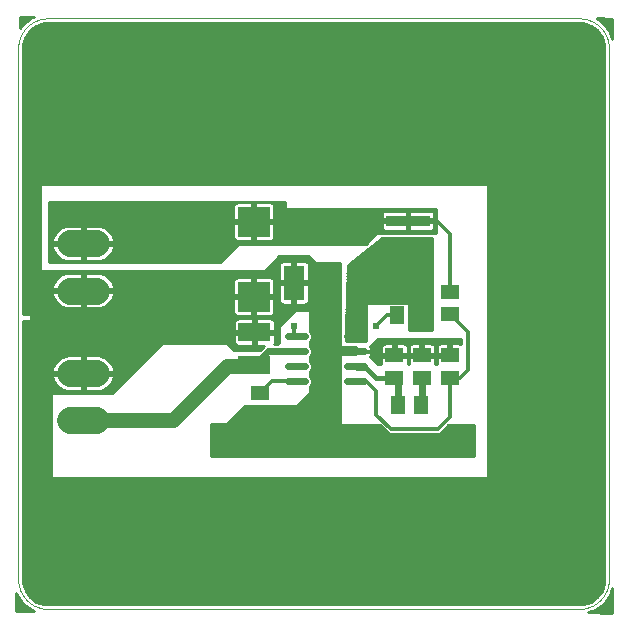
<source format=gtl>
G75*
%MOIN*%
%OFA0B0*%
%FSLAX25Y25*%
%IPPOS*%
%LPD*%
%AMOC8*
5,1,8,0,0,1.08239X$1,22.5*
%
%ADD10C,0.00000*%
%ADD11C,0.02400*%
%ADD12R,0.08400X0.11800*%
%ADD13R,0.14600X0.03800*%
%ADD14R,0.07100X0.11700*%
%ADD15R,0.10630X0.10039*%
%ADD16R,0.05906X0.05118*%
%ADD17R,0.05118X0.05906*%
%ADD18R,0.10630X0.06299*%
%ADD19C,0.08858*%
%ADD20C,0.05000*%
%ADD21C,0.01000*%
%ADD22C,0.03200*%
%ADD23C,0.02400*%
%ADD24C,0.01600*%
%ADD25C,0.01200*%
D10*
X0015380Y0032555D02*
X0192545Y0032555D01*
X0192783Y0032558D01*
X0193021Y0032566D01*
X0193258Y0032581D01*
X0193495Y0032601D01*
X0193731Y0032627D01*
X0193967Y0032658D01*
X0194202Y0032695D01*
X0194436Y0032738D01*
X0194669Y0032787D01*
X0194901Y0032841D01*
X0195131Y0032901D01*
X0195360Y0032966D01*
X0195587Y0033037D01*
X0195812Y0033113D01*
X0196035Y0033195D01*
X0196257Y0033282D01*
X0196476Y0033374D01*
X0196693Y0033472D01*
X0196907Y0033574D01*
X0197119Y0033682D01*
X0197329Y0033796D01*
X0197535Y0033914D01*
X0197739Y0034037D01*
X0197939Y0034165D01*
X0198136Y0034297D01*
X0198331Y0034435D01*
X0198521Y0034577D01*
X0198709Y0034724D01*
X0198892Y0034875D01*
X0199072Y0035030D01*
X0199248Y0035190D01*
X0199420Y0035354D01*
X0199589Y0035523D01*
X0199753Y0035695D01*
X0199913Y0035871D01*
X0200068Y0036051D01*
X0200219Y0036234D01*
X0200366Y0036422D01*
X0200508Y0036612D01*
X0200646Y0036807D01*
X0200778Y0037004D01*
X0200906Y0037204D01*
X0201029Y0037408D01*
X0201147Y0037614D01*
X0201261Y0037824D01*
X0201369Y0038036D01*
X0201471Y0038250D01*
X0201569Y0038467D01*
X0201661Y0038686D01*
X0201748Y0038908D01*
X0201830Y0039131D01*
X0201906Y0039356D01*
X0201977Y0039583D01*
X0202042Y0039812D01*
X0202102Y0040042D01*
X0202156Y0040274D01*
X0202205Y0040507D01*
X0202248Y0040741D01*
X0202285Y0040976D01*
X0202316Y0041212D01*
X0202342Y0041448D01*
X0202362Y0041685D01*
X0202377Y0041922D01*
X0202385Y0042160D01*
X0202388Y0042398D01*
X0202387Y0042398D02*
X0202387Y0219563D01*
X0202388Y0219563D02*
X0202385Y0219801D01*
X0202377Y0220039D01*
X0202362Y0220276D01*
X0202342Y0220513D01*
X0202316Y0220749D01*
X0202285Y0220985D01*
X0202248Y0221220D01*
X0202205Y0221454D01*
X0202156Y0221687D01*
X0202102Y0221919D01*
X0202042Y0222149D01*
X0201977Y0222378D01*
X0201906Y0222605D01*
X0201830Y0222830D01*
X0201748Y0223053D01*
X0201661Y0223275D01*
X0201569Y0223494D01*
X0201471Y0223711D01*
X0201369Y0223925D01*
X0201261Y0224137D01*
X0201147Y0224347D01*
X0201029Y0224553D01*
X0200906Y0224757D01*
X0200778Y0224957D01*
X0200646Y0225154D01*
X0200508Y0225349D01*
X0200366Y0225539D01*
X0200219Y0225727D01*
X0200068Y0225910D01*
X0199913Y0226090D01*
X0199753Y0226266D01*
X0199589Y0226438D01*
X0199420Y0226607D01*
X0199248Y0226771D01*
X0199072Y0226931D01*
X0198892Y0227086D01*
X0198709Y0227237D01*
X0198521Y0227384D01*
X0198331Y0227526D01*
X0198136Y0227664D01*
X0197939Y0227796D01*
X0197739Y0227924D01*
X0197535Y0228047D01*
X0197329Y0228165D01*
X0197119Y0228279D01*
X0196907Y0228387D01*
X0196693Y0228489D01*
X0196476Y0228587D01*
X0196257Y0228679D01*
X0196035Y0228766D01*
X0195812Y0228848D01*
X0195587Y0228924D01*
X0195360Y0228995D01*
X0195131Y0229060D01*
X0194901Y0229120D01*
X0194669Y0229174D01*
X0194436Y0229223D01*
X0194202Y0229266D01*
X0193967Y0229303D01*
X0193731Y0229334D01*
X0193495Y0229360D01*
X0193258Y0229380D01*
X0193021Y0229395D01*
X0192783Y0229403D01*
X0192545Y0229406D01*
X0015380Y0229406D01*
X0015142Y0229403D01*
X0014904Y0229395D01*
X0014667Y0229380D01*
X0014430Y0229360D01*
X0014194Y0229334D01*
X0013958Y0229303D01*
X0013723Y0229266D01*
X0013489Y0229223D01*
X0013256Y0229174D01*
X0013024Y0229120D01*
X0012794Y0229060D01*
X0012565Y0228995D01*
X0012338Y0228924D01*
X0012113Y0228848D01*
X0011890Y0228766D01*
X0011668Y0228679D01*
X0011449Y0228587D01*
X0011232Y0228489D01*
X0011018Y0228387D01*
X0010806Y0228279D01*
X0010596Y0228165D01*
X0010390Y0228047D01*
X0010186Y0227924D01*
X0009986Y0227796D01*
X0009789Y0227664D01*
X0009594Y0227526D01*
X0009404Y0227384D01*
X0009216Y0227237D01*
X0009033Y0227086D01*
X0008853Y0226931D01*
X0008677Y0226771D01*
X0008505Y0226607D01*
X0008336Y0226438D01*
X0008172Y0226266D01*
X0008012Y0226090D01*
X0007857Y0225910D01*
X0007706Y0225727D01*
X0007559Y0225539D01*
X0007417Y0225349D01*
X0007279Y0225154D01*
X0007147Y0224957D01*
X0007019Y0224757D01*
X0006896Y0224553D01*
X0006778Y0224347D01*
X0006664Y0224137D01*
X0006556Y0223925D01*
X0006454Y0223711D01*
X0006356Y0223494D01*
X0006264Y0223275D01*
X0006177Y0223053D01*
X0006095Y0222830D01*
X0006019Y0222605D01*
X0005948Y0222378D01*
X0005883Y0222149D01*
X0005823Y0221919D01*
X0005769Y0221687D01*
X0005720Y0221454D01*
X0005677Y0221220D01*
X0005640Y0220985D01*
X0005609Y0220749D01*
X0005583Y0220513D01*
X0005563Y0220276D01*
X0005548Y0220039D01*
X0005540Y0219801D01*
X0005537Y0219563D01*
X0005537Y0042398D01*
X0005540Y0042160D01*
X0005548Y0041922D01*
X0005563Y0041685D01*
X0005583Y0041448D01*
X0005609Y0041212D01*
X0005640Y0040976D01*
X0005677Y0040741D01*
X0005720Y0040507D01*
X0005769Y0040274D01*
X0005823Y0040042D01*
X0005883Y0039812D01*
X0005948Y0039583D01*
X0006019Y0039356D01*
X0006095Y0039131D01*
X0006177Y0038908D01*
X0006264Y0038686D01*
X0006356Y0038467D01*
X0006454Y0038250D01*
X0006556Y0038036D01*
X0006664Y0037824D01*
X0006778Y0037614D01*
X0006896Y0037408D01*
X0007019Y0037204D01*
X0007147Y0037004D01*
X0007279Y0036807D01*
X0007417Y0036612D01*
X0007559Y0036422D01*
X0007706Y0036234D01*
X0007857Y0036051D01*
X0008012Y0035871D01*
X0008172Y0035695D01*
X0008336Y0035523D01*
X0008505Y0035354D01*
X0008677Y0035190D01*
X0008853Y0035030D01*
X0009033Y0034875D01*
X0009216Y0034724D01*
X0009404Y0034577D01*
X0009594Y0034435D01*
X0009789Y0034297D01*
X0009986Y0034165D01*
X0010186Y0034037D01*
X0010390Y0033914D01*
X0010596Y0033796D01*
X0010806Y0033682D01*
X0011018Y0033574D01*
X0011232Y0033472D01*
X0011449Y0033374D01*
X0011668Y0033282D01*
X0011890Y0033195D01*
X0012113Y0033113D01*
X0012338Y0033037D01*
X0012565Y0032966D01*
X0012794Y0032901D01*
X0013024Y0032841D01*
X0013256Y0032787D01*
X0013489Y0032738D01*
X0013723Y0032695D01*
X0013958Y0032658D01*
X0014194Y0032627D01*
X0014430Y0032601D01*
X0014667Y0032581D01*
X0014904Y0032566D01*
X0015142Y0032558D01*
X0015380Y0032555D01*
D11*
X0084274Y0113791D02*
X0088886Y0118403D01*
X0098232Y0118403D01*
X0100982Y0118403D02*
X0095482Y0118403D01*
X0095482Y0113403D02*
X0100982Y0113403D01*
X0100982Y0108403D02*
X0095482Y0108403D01*
X0095482Y0123403D02*
X0100982Y0123403D01*
X0115167Y0123403D02*
X0120667Y0123403D01*
X0120667Y0118403D02*
X0115167Y0118403D01*
X0115167Y0113403D02*
X0120667Y0113403D01*
X0120667Y0108403D02*
X0115167Y0108403D01*
X0130874Y0109563D02*
X0132134Y0108303D01*
X0132134Y0100503D01*
X0139614Y0100503D02*
X0140074Y0100963D01*
X0140074Y0109563D01*
D12*
X0108074Y0115903D03*
D13*
X0135474Y0152653D03*
X0135474Y0161953D03*
D14*
X0123524Y0141303D03*
X0097424Y0141303D03*
D15*
X0084074Y0136603D03*
X0084074Y0161603D03*
D16*
X0130874Y0117043D03*
X0130874Y0109563D03*
X0140074Y0109563D03*
X0140074Y0117043D03*
X0149400Y0117047D03*
X0149400Y0109567D03*
X0149400Y0130867D03*
X0149400Y0138347D03*
X0086274Y0104643D03*
X0086274Y0097163D03*
D17*
X0131620Y0130387D03*
X0139101Y0130387D03*
X0139614Y0100503D03*
X0132134Y0100503D03*
D18*
X0084274Y0113791D03*
X0084274Y0124815D03*
D19*
X0031566Y0111114D02*
X0022708Y0111114D01*
X0022708Y0095366D02*
X0031566Y0095366D01*
X0031566Y0138640D02*
X0022708Y0138640D01*
X0022708Y0154388D02*
X0031566Y0154388D01*
D20*
X0075137Y0113555D02*
X0084038Y0113555D01*
X0084274Y0113791D01*
X0075137Y0113555D02*
X0056948Y0095366D01*
X0027137Y0095366D01*
D21*
X0010868Y0031937D02*
X0004937Y0031955D01*
X0004937Y0037831D01*
X0005147Y0037184D01*
X0007259Y0034277D01*
X0010166Y0032165D01*
X0010868Y0031937D01*
X0010166Y0032165D02*
X0010166Y0032165D01*
X0009630Y0032555D02*
X0004937Y0032555D01*
X0004937Y0033554D02*
X0008255Y0033554D01*
X0007259Y0034277D02*
X0007259Y0034277D01*
X0007059Y0034552D02*
X0004937Y0034552D01*
X0004937Y0035551D02*
X0006334Y0035551D01*
X0005609Y0036549D02*
X0004937Y0036549D01*
X0004937Y0037548D02*
X0005029Y0037548D01*
X0007946Y0038610D02*
X0007140Y0041093D01*
X0007037Y0042398D01*
X0007037Y0128555D01*
X0016337Y0128555D01*
X0016337Y0076355D01*
X0162137Y0076355D01*
X0162137Y0174155D01*
X0012737Y0174155D01*
X0012737Y0145355D01*
X0016337Y0145355D01*
X0016337Y0130955D01*
X0007037Y0130955D01*
X0007037Y0219563D01*
X0007140Y0220868D01*
X0007946Y0223350D01*
X0009480Y0225462D01*
X0011592Y0226996D01*
X0014074Y0227803D01*
X0015380Y0227906D01*
X0192545Y0227906D01*
X0193850Y0227803D01*
X0196332Y0226996D01*
X0198444Y0225462D01*
X0199978Y0223350D01*
X0200785Y0220868D01*
X0200887Y0219563D01*
X0200887Y0042398D01*
X0200785Y0041093D01*
X0199978Y0038610D01*
X0198444Y0036499D01*
X0196332Y0034964D01*
X0193850Y0034158D01*
X0192545Y0034055D01*
X0015380Y0034055D01*
X0014074Y0034158D01*
X0011592Y0034964D01*
X0009480Y0036499D01*
X0007946Y0038610D01*
X0007993Y0038546D02*
X0199932Y0038546D01*
X0200282Y0039545D02*
X0007643Y0039545D01*
X0007318Y0040543D02*
X0200606Y0040543D01*
X0200820Y0041542D02*
X0007104Y0041542D01*
X0007037Y0042540D02*
X0200887Y0042540D01*
X0200887Y0043539D02*
X0007037Y0043539D01*
X0007037Y0044537D02*
X0200887Y0044537D01*
X0200887Y0045536D02*
X0007037Y0045536D01*
X0007037Y0046534D02*
X0200887Y0046534D01*
X0200887Y0047533D02*
X0007037Y0047533D01*
X0007037Y0048531D02*
X0200887Y0048531D01*
X0200887Y0049530D02*
X0007037Y0049530D01*
X0007037Y0050528D02*
X0200887Y0050528D01*
X0200887Y0051527D02*
X0007037Y0051527D01*
X0007037Y0052525D02*
X0200887Y0052525D01*
X0200887Y0053524D02*
X0007037Y0053524D01*
X0007037Y0054522D02*
X0200887Y0054522D01*
X0200887Y0055521D02*
X0007037Y0055521D01*
X0007037Y0056519D02*
X0200887Y0056519D01*
X0200887Y0057518D02*
X0007037Y0057518D01*
X0007037Y0058516D02*
X0200887Y0058516D01*
X0200887Y0059515D02*
X0007037Y0059515D01*
X0007037Y0060513D02*
X0200887Y0060513D01*
X0200887Y0061512D02*
X0007037Y0061512D01*
X0007037Y0062510D02*
X0200887Y0062510D01*
X0200887Y0063509D02*
X0007037Y0063509D01*
X0007037Y0064507D02*
X0200887Y0064507D01*
X0200887Y0065506D02*
X0007037Y0065506D01*
X0007037Y0066505D02*
X0200887Y0066505D01*
X0200887Y0067503D02*
X0007037Y0067503D01*
X0007037Y0068502D02*
X0200887Y0068502D01*
X0200887Y0069500D02*
X0007037Y0069500D01*
X0007037Y0070499D02*
X0200887Y0070499D01*
X0200887Y0071497D02*
X0007037Y0071497D01*
X0007037Y0072496D02*
X0200887Y0072496D01*
X0200887Y0073494D02*
X0007037Y0073494D01*
X0007037Y0074493D02*
X0200887Y0074493D01*
X0200887Y0075491D02*
X0007037Y0075491D01*
X0007037Y0076490D02*
X0016337Y0076490D01*
X0016337Y0077488D02*
X0007037Y0077488D01*
X0007037Y0078487D02*
X0016337Y0078487D01*
X0016337Y0079485D02*
X0007037Y0079485D01*
X0007037Y0080484D02*
X0016337Y0080484D01*
X0016337Y0081482D02*
X0007037Y0081482D01*
X0007037Y0082481D02*
X0016337Y0082481D01*
X0016337Y0083479D02*
X0007037Y0083479D01*
X0007037Y0084478D02*
X0016337Y0084478D01*
X0016337Y0085476D02*
X0007037Y0085476D01*
X0007037Y0086475D02*
X0016337Y0086475D01*
X0016337Y0087473D02*
X0007037Y0087473D01*
X0007037Y0088472D02*
X0016337Y0088472D01*
X0016337Y0089470D02*
X0007037Y0089470D01*
X0007037Y0090469D02*
X0016337Y0090469D01*
X0016337Y0091467D02*
X0007037Y0091467D01*
X0007037Y0092466D02*
X0016337Y0092466D01*
X0016337Y0093464D02*
X0007037Y0093464D01*
X0007037Y0094463D02*
X0016337Y0094463D01*
X0016337Y0095461D02*
X0007037Y0095461D01*
X0007037Y0096460D02*
X0016337Y0096460D01*
X0016337Y0097458D02*
X0007037Y0097458D01*
X0007037Y0098457D02*
X0016337Y0098457D01*
X0016337Y0099455D02*
X0007037Y0099455D01*
X0007037Y0100454D02*
X0016337Y0100454D01*
X0016337Y0101452D02*
X0007037Y0101452D01*
X0007037Y0102451D02*
X0016337Y0102451D01*
X0016337Y0103449D02*
X0007037Y0103449D01*
X0007037Y0104448D02*
X0016337Y0104448D01*
X0015737Y0104555D02*
X0015737Y0145355D01*
X0087737Y0145355D01*
X0092537Y0150155D01*
X0102137Y0150155D01*
X0105137Y0147155D01*
X0105137Y0135155D01*
X0102137Y0132155D01*
X0097937Y0132155D01*
X0092537Y0126755D01*
X0092537Y0121355D01*
X0091885Y0120703D01*
X0090748Y0120703D01*
X0090789Y0120744D01*
X0090987Y0121086D01*
X0091089Y0121468D01*
X0091089Y0124315D01*
X0084774Y0124315D01*
X0084774Y0125315D01*
X0083774Y0125315D01*
X0083774Y0129465D01*
X0078762Y0129465D01*
X0078380Y0129362D01*
X0078038Y0129165D01*
X0077759Y0128886D01*
X0077561Y0128544D01*
X0077459Y0128162D01*
X0077459Y0125315D01*
X0083774Y0125315D01*
X0083774Y0124315D01*
X0077459Y0124315D01*
X0077459Y0121468D01*
X0077561Y0121086D01*
X0077759Y0120744D01*
X0078038Y0120465D01*
X0078380Y0120268D01*
X0078762Y0120165D01*
X0083774Y0120165D01*
X0083774Y0124315D01*
X0084774Y0124315D01*
X0084774Y0120165D01*
X0087395Y0120165D01*
X0086185Y0118955D01*
X0077537Y0118955D01*
X0075137Y0121355D01*
X0053537Y0121355D01*
X0036737Y0104555D01*
X0015737Y0104555D01*
X0015737Y0105446D02*
X0020964Y0105446D01*
X0021319Y0105331D02*
X0020432Y0105619D01*
X0019600Y0106043D01*
X0018845Y0106592D01*
X0018185Y0107252D01*
X0017637Y0108007D01*
X0017213Y0108838D01*
X0016925Y0109726D01*
X0016784Y0110614D01*
X0026637Y0110614D01*
X0027637Y0110614D01*
X0027637Y0105185D01*
X0032033Y0105185D01*
X0032955Y0105331D01*
X0033842Y0105619D01*
X0034674Y0106043D01*
X0035429Y0106592D01*
X0036089Y0107252D01*
X0036637Y0108007D01*
X0037061Y0108838D01*
X0037349Y0109726D01*
X0037490Y0110614D01*
X0027637Y0110614D01*
X0027637Y0111614D01*
X0037490Y0111614D01*
X0037349Y0112503D01*
X0037061Y0113390D01*
X0036637Y0114222D01*
X0036089Y0114977D01*
X0035429Y0115637D01*
X0034674Y0116185D01*
X0033842Y0116609D01*
X0032955Y0116897D01*
X0032033Y0117043D01*
X0027637Y0117043D01*
X0027637Y0111614D01*
X0026637Y0111614D01*
X0026637Y0110614D01*
X0026637Y0105185D01*
X0022241Y0105185D01*
X0021319Y0105331D01*
X0019047Y0106445D02*
X0015737Y0106445D01*
X0016337Y0106445D02*
X0007037Y0106445D01*
X0007037Y0107443D02*
X0016337Y0107443D01*
X0015737Y0107443D02*
X0018046Y0107443D01*
X0017415Y0108442D02*
X0015737Y0108442D01*
X0016337Y0108442D02*
X0007037Y0108442D01*
X0007037Y0109440D02*
X0016337Y0109440D01*
X0015737Y0109440D02*
X0017017Y0109440D01*
X0016812Y0110439D02*
X0015737Y0110439D01*
X0016337Y0110439D02*
X0007037Y0110439D01*
X0007037Y0111438D02*
X0016337Y0111438D01*
X0016784Y0111614D02*
X0026637Y0111614D01*
X0026637Y0117043D01*
X0022241Y0117043D01*
X0021319Y0116897D01*
X0020432Y0116609D01*
X0019600Y0116185D01*
X0018845Y0115637D01*
X0018185Y0114977D01*
X0017637Y0114222D01*
X0017213Y0113390D01*
X0016925Y0112503D01*
X0016784Y0111614D01*
X0016914Y0112436D02*
X0015737Y0112436D01*
X0016337Y0112436D02*
X0007037Y0112436D01*
X0007037Y0113435D02*
X0016337Y0113435D01*
X0015737Y0113435D02*
X0017236Y0113435D01*
X0017790Y0114433D02*
X0015737Y0114433D01*
X0016337Y0114433D02*
X0007037Y0114433D01*
X0007037Y0115432D02*
X0016337Y0115432D01*
X0015737Y0115432D02*
X0018640Y0115432D01*
X0020081Y0116430D02*
X0015737Y0116430D01*
X0016337Y0116430D02*
X0007037Y0116430D01*
X0007037Y0117429D02*
X0016337Y0117429D01*
X0015737Y0117429D02*
X0049610Y0117429D01*
X0048612Y0116430D02*
X0034193Y0116430D01*
X0035634Y0115432D02*
X0047613Y0115432D01*
X0046615Y0114433D02*
X0036484Y0114433D01*
X0037038Y0113435D02*
X0045616Y0113435D01*
X0044618Y0112436D02*
X0037360Y0112436D01*
X0037462Y0110439D02*
X0042621Y0110439D01*
X0043619Y0111438D02*
X0027637Y0111438D01*
X0027637Y0112436D02*
X0026637Y0112436D01*
X0026637Y0111438D02*
X0015737Y0111438D01*
X0016337Y0105446D02*
X0007037Y0105446D01*
X0007037Y0118427D02*
X0016337Y0118427D01*
X0015737Y0118427D02*
X0050609Y0118427D01*
X0051607Y0119426D02*
X0015737Y0119426D01*
X0016337Y0119426D02*
X0007037Y0119426D01*
X0007037Y0120424D02*
X0016337Y0120424D01*
X0015737Y0120424D02*
X0052606Y0120424D01*
X0041622Y0109440D02*
X0037257Y0109440D01*
X0036859Y0108442D02*
X0040624Y0108442D01*
X0039625Y0107443D02*
X0036228Y0107443D01*
X0035227Y0106445D02*
X0038627Y0106445D01*
X0037628Y0105446D02*
X0033310Y0105446D01*
X0027637Y0105446D02*
X0026637Y0105446D01*
X0026637Y0106445D02*
X0027637Y0106445D01*
X0027637Y0107443D02*
X0026637Y0107443D01*
X0026637Y0108442D02*
X0027637Y0108442D01*
X0027637Y0109440D02*
X0026637Y0109440D01*
X0026637Y0110439D02*
X0027637Y0110439D01*
X0027637Y0113435D02*
X0026637Y0113435D01*
X0026637Y0114433D02*
X0027637Y0114433D01*
X0027637Y0115432D02*
X0026637Y0115432D01*
X0026637Y0116430D02*
X0027637Y0116430D01*
X0027737Y0119555D02*
X0009737Y0119555D01*
X0009737Y0132755D01*
X0021963Y0132755D01*
X0022241Y0132711D01*
X0026637Y0132711D01*
X0026637Y0132755D01*
X0027637Y0132755D01*
X0027637Y0132711D01*
X0027737Y0132711D01*
X0027737Y0119555D01*
X0027737Y0120424D02*
X0009737Y0120424D01*
X0009737Y0121423D02*
X0027737Y0121423D01*
X0027737Y0122421D02*
X0009737Y0122421D01*
X0009737Y0123420D02*
X0027737Y0123420D01*
X0027737Y0124418D02*
X0009737Y0124418D01*
X0009737Y0125417D02*
X0027737Y0125417D01*
X0027737Y0126415D02*
X0009737Y0126415D01*
X0009737Y0127414D02*
X0027737Y0127414D01*
X0027737Y0128412D02*
X0009737Y0128412D01*
X0009737Y0129411D02*
X0027737Y0129411D01*
X0027737Y0130409D02*
X0009737Y0130409D01*
X0009737Y0131408D02*
X0027737Y0131408D01*
X0027737Y0132406D02*
X0009737Y0132406D01*
X0007037Y0132406D02*
X0016337Y0132406D01*
X0015737Y0132406D02*
X0077259Y0132406D01*
X0077259Y0131408D02*
X0015737Y0131408D01*
X0016337Y0131408D02*
X0007037Y0131408D01*
X0007037Y0133405D02*
X0016337Y0133405D01*
X0015737Y0133405D02*
X0019923Y0133405D01*
X0019600Y0133569D02*
X0020432Y0133145D01*
X0021319Y0132857D01*
X0022241Y0132711D01*
X0026637Y0132711D01*
X0026637Y0138140D01*
X0027637Y0138140D01*
X0027637Y0132711D01*
X0032033Y0132711D01*
X0032955Y0132857D01*
X0033842Y0133145D01*
X0034674Y0133569D01*
X0035429Y0134118D01*
X0036089Y0134778D01*
X0036637Y0135533D01*
X0037061Y0136364D01*
X0037349Y0137252D01*
X0037490Y0138140D01*
X0027637Y0138140D01*
X0027637Y0139140D01*
X0037490Y0139140D01*
X0037349Y0140029D01*
X0037061Y0140916D01*
X0036637Y0141748D01*
X0036089Y0142503D01*
X0035429Y0143163D01*
X0034674Y0143711D01*
X0033842Y0144135D01*
X0032955Y0144423D01*
X0032033Y0144569D01*
X0027637Y0144569D01*
X0027637Y0139140D01*
X0026637Y0139140D01*
X0026637Y0138140D01*
X0016784Y0138140D01*
X0016925Y0137252D01*
X0017213Y0136364D01*
X0017637Y0135533D01*
X0018185Y0134778D01*
X0018845Y0134118D01*
X0019600Y0133569D01*
X0018560Y0134403D02*
X0015737Y0134403D01*
X0016337Y0134403D02*
X0007037Y0134403D01*
X0007037Y0135402D02*
X0016337Y0135402D01*
X0015737Y0135402D02*
X0017732Y0135402D01*
X0017201Y0136400D02*
X0015737Y0136400D01*
X0016337Y0136400D02*
X0007037Y0136400D01*
X0007037Y0137399D02*
X0016337Y0137399D01*
X0016901Y0137399D02*
X0015737Y0137399D01*
X0015737Y0138397D02*
X0026637Y0138397D01*
X0026637Y0139140D02*
X0016784Y0139140D01*
X0016925Y0140029D01*
X0017213Y0140916D01*
X0017637Y0141748D01*
X0018185Y0142503D01*
X0018845Y0143163D01*
X0019600Y0143711D01*
X0020432Y0144135D01*
X0021319Y0144423D01*
X0022241Y0144569D01*
X0026637Y0144569D01*
X0026637Y0139140D01*
X0026637Y0139396D02*
X0027637Y0139396D01*
X0027637Y0140394D02*
X0026637Y0140394D01*
X0026637Y0141393D02*
X0027637Y0141393D01*
X0027637Y0142391D02*
X0026637Y0142391D01*
X0026637Y0143390D02*
X0027637Y0143390D01*
X0027637Y0144388D02*
X0026637Y0144388D01*
X0026637Y0148459D02*
X0022241Y0148459D01*
X0021319Y0148605D01*
X0020432Y0148893D01*
X0019600Y0149317D01*
X0018845Y0149866D01*
X0018185Y0150526D01*
X0017637Y0151281D01*
X0017213Y0152112D01*
X0016925Y0153000D01*
X0016784Y0153888D01*
X0026637Y0153888D01*
X0027637Y0153888D01*
X0027637Y0148459D01*
X0032033Y0148459D01*
X0032955Y0148605D01*
X0033842Y0148893D01*
X0034674Y0149317D01*
X0035429Y0149866D01*
X0036089Y0150526D01*
X0036637Y0151281D01*
X0037061Y0152112D01*
X0037349Y0153000D01*
X0037490Y0153888D01*
X0027637Y0153888D01*
X0027637Y0154888D01*
X0037490Y0154888D01*
X0037349Y0155777D01*
X0037061Y0156664D01*
X0036637Y0157496D01*
X0036089Y0158251D01*
X0035429Y0158911D01*
X0034674Y0159459D01*
X0033842Y0159883D01*
X0032955Y0160171D01*
X0032033Y0160317D01*
X0027637Y0160317D01*
X0027637Y0154888D01*
X0026637Y0154888D01*
X0026637Y0153888D01*
X0026637Y0148459D01*
X0026637Y0149381D02*
X0027637Y0149381D01*
X0027637Y0150379D02*
X0026637Y0150379D01*
X0026637Y0151378D02*
X0027637Y0151378D01*
X0027637Y0152376D02*
X0026637Y0152376D01*
X0026637Y0153375D02*
X0027637Y0153375D01*
X0027637Y0154373D02*
X0121355Y0154373D01*
X0121337Y0154355D02*
X0078737Y0154355D01*
X0072737Y0148355D01*
X0015737Y0148355D01*
X0015737Y0168155D01*
X0094337Y0168155D01*
X0094337Y0165755D01*
X0144737Y0165755D01*
X0144737Y0157955D01*
X0124937Y0157955D01*
X0121337Y0154355D01*
X0122354Y0155372D02*
X0090291Y0155372D01*
X0090310Y0155383D02*
X0090589Y0155662D01*
X0090787Y0156004D01*
X0090889Y0156386D01*
X0090889Y0161103D01*
X0084574Y0161103D01*
X0084574Y0155083D01*
X0089586Y0155083D01*
X0089968Y0155186D01*
X0090310Y0155383D01*
X0090885Y0156371D02*
X0123352Y0156371D01*
X0124351Y0157369D02*
X0090889Y0157369D01*
X0090889Y0158368D02*
X0144737Y0158368D01*
X0144737Y0159366D02*
X0144109Y0159366D01*
X0144172Y0159474D02*
X0144274Y0159856D01*
X0144274Y0161503D01*
X0135924Y0161503D01*
X0135924Y0158553D01*
X0142971Y0158553D01*
X0143353Y0158655D01*
X0143695Y0158853D01*
X0143974Y0159132D01*
X0144172Y0159474D01*
X0144274Y0160365D02*
X0144737Y0160365D01*
X0144737Y0161363D02*
X0144274Y0161363D01*
X0144274Y0162403D02*
X0144274Y0164051D01*
X0144172Y0164432D01*
X0143974Y0164774D01*
X0143695Y0165053D01*
X0143353Y0165251D01*
X0142971Y0165353D01*
X0135924Y0165353D01*
X0135924Y0162403D01*
X0144274Y0162403D01*
X0144737Y0162362D02*
X0135924Y0162362D01*
X0135924Y0162403D02*
X0135924Y0161503D01*
X0135024Y0161503D01*
X0135024Y0158553D01*
X0127977Y0158553D01*
X0127595Y0158655D01*
X0127253Y0158853D01*
X0126974Y0159132D01*
X0126776Y0159474D01*
X0126674Y0159856D01*
X0126674Y0161503D01*
X0135024Y0161503D01*
X0135024Y0162403D01*
X0126674Y0162403D01*
X0126674Y0164051D01*
X0126776Y0164432D01*
X0126974Y0164774D01*
X0127253Y0165053D01*
X0127595Y0165251D01*
X0127977Y0165353D01*
X0135024Y0165353D01*
X0135024Y0162403D01*
X0135924Y0162403D01*
X0135024Y0162362D02*
X0090889Y0162362D01*
X0090889Y0162103D02*
X0090889Y0166820D01*
X0090787Y0167202D01*
X0090589Y0167544D01*
X0090310Y0167823D01*
X0089968Y0168021D01*
X0089586Y0168123D01*
X0084574Y0168123D01*
X0084574Y0162103D01*
X0090889Y0162103D01*
X0090889Y0163360D02*
X0126674Y0163360D01*
X0126757Y0164359D02*
X0090889Y0164359D01*
X0090889Y0165357D02*
X0144737Y0165357D01*
X0144737Y0164359D02*
X0144191Y0164359D01*
X0144274Y0163360D02*
X0144737Y0163360D01*
X0143537Y0156155D02*
X0143537Y0125555D01*
X0135737Y0125555D01*
X0135737Y0134555D01*
X0121337Y0134555D01*
X0121337Y0121955D01*
X0114737Y0121955D01*
X0114737Y0125555D01*
X0115337Y0147155D01*
X0126737Y0156155D01*
X0143537Y0156155D01*
X0143537Y0155372D02*
X0125745Y0155372D01*
X0124480Y0154373D02*
X0143537Y0154373D01*
X0143537Y0153375D02*
X0123216Y0153375D01*
X0121951Y0152376D02*
X0143537Y0152376D01*
X0143537Y0151378D02*
X0120686Y0151378D01*
X0119421Y0150379D02*
X0143537Y0150379D01*
X0143537Y0149381D02*
X0118156Y0149381D01*
X0116892Y0148382D02*
X0143537Y0148382D01*
X0143537Y0147384D02*
X0115627Y0147384D01*
X0115316Y0146385D02*
X0143537Y0146385D01*
X0143537Y0145387D02*
X0115288Y0145387D01*
X0115260Y0144388D02*
X0143537Y0144388D01*
X0143537Y0143390D02*
X0115232Y0143390D01*
X0115205Y0142391D02*
X0143537Y0142391D01*
X0143537Y0141393D02*
X0115177Y0141393D01*
X0115149Y0140394D02*
X0143537Y0140394D01*
X0143537Y0139396D02*
X0115121Y0139396D01*
X0115094Y0138397D02*
X0143537Y0138397D01*
X0143537Y0137399D02*
X0115066Y0137399D01*
X0115038Y0136400D02*
X0143537Y0136400D01*
X0143537Y0135402D02*
X0115011Y0135402D01*
X0114983Y0134403D02*
X0121337Y0134403D01*
X0121337Y0133405D02*
X0114955Y0133405D01*
X0114927Y0132406D02*
X0121337Y0132406D01*
X0121337Y0131408D02*
X0114900Y0131408D01*
X0114872Y0130409D02*
X0121337Y0130409D01*
X0121337Y0129411D02*
X0114844Y0129411D01*
X0114816Y0128412D02*
X0121337Y0128412D01*
X0121337Y0127414D02*
X0114789Y0127414D01*
X0114761Y0126415D02*
X0121337Y0126415D01*
X0121337Y0125417D02*
X0114737Y0125417D01*
X0114737Y0124418D02*
X0121337Y0124418D01*
X0121337Y0123420D02*
X0114737Y0123420D01*
X0114737Y0122421D02*
X0121337Y0122421D01*
X0122733Y0120155D02*
X0123137Y0120155D01*
X0125537Y0122555D01*
X0153137Y0122555D01*
X0153137Y0120886D01*
X0152932Y0121004D01*
X0152550Y0121106D01*
X0149900Y0121106D01*
X0149900Y0117547D01*
X0148900Y0117547D01*
X0148900Y0116547D01*
X0144947Y0116547D01*
X0144947Y0114291D01*
X0144984Y0114155D01*
X0144491Y0114155D01*
X0144527Y0114287D01*
X0144527Y0116543D01*
X0140574Y0116543D01*
X0140574Y0117543D01*
X0144527Y0117543D01*
X0144527Y0119800D01*
X0144425Y0120181D01*
X0144227Y0120523D01*
X0143948Y0120803D01*
X0143606Y0121000D01*
X0143224Y0121102D01*
X0140574Y0121102D01*
X0140574Y0117543D01*
X0139574Y0117543D01*
X0139574Y0116543D01*
X0135621Y0116543D01*
X0135621Y0114287D01*
X0135657Y0114155D01*
X0135291Y0114155D01*
X0135327Y0114287D01*
X0135327Y0116543D01*
X0131374Y0116543D01*
X0131374Y0117543D01*
X0135327Y0117543D01*
X0135327Y0119800D01*
X0135225Y0120181D01*
X0135027Y0120523D01*
X0134748Y0120803D01*
X0134406Y0121000D01*
X0134024Y0121102D01*
X0131374Y0121102D01*
X0131374Y0117543D01*
X0130374Y0117543D01*
X0130374Y0116543D01*
X0126421Y0116543D01*
X0126421Y0114287D01*
X0126457Y0114155D01*
X0125537Y0114155D01*
X0123137Y0116555D01*
X0122637Y0116555D01*
X0122764Y0116682D01*
X0123059Y0117124D01*
X0123263Y0117616D01*
X0123366Y0118137D01*
X0123366Y0118303D01*
X0118017Y0118303D01*
X0118017Y0118503D01*
X0123366Y0118503D01*
X0123366Y0118669D01*
X0123263Y0119191D01*
X0123059Y0119682D01*
X0122764Y0120124D01*
X0122733Y0120155D01*
X0123406Y0120424D02*
X0126664Y0120424D01*
X0126721Y0120523D02*
X0126523Y0120181D01*
X0126421Y0119800D01*
X0126421Y0117543D01*
X0130374Y0117543D01*
X0130374Y0121102D01*
X0127724Y0121102D01*
X0127342Y0121000D01*
X0127000Y0120803D01*
X0126721Y0120523D01*
X0126421Y0119426D02*
X0123165Y0119426D01*
X0123185Y0117429D02*
X0130374Y0117429D01*
X0130374Y0118427D02*
X0131374Y0118427D01*
X0131374Y0117429D02*
X0139574Y0117429D01*
X0139574Y0117543D02*
X0135621Y0117543D01*
X0135621Y0119800D01*
X0135723Y0120181D01*
X0135921Y0120523D01*
X0136200Y0120803D01*
X0136542Y0121000D01*
X0136924Y0121102D01*
X0139574Y0121102D01*
X0139574Y0117543D01*
X0139574Y0118427D02*
X0140574Y0118427D01*
X0140574Y0117429D02*
X0148900Y0117429D01*
X0148900Y0117547D02*
X0144947Y0117547D01*
X0144947Y0119804D01*
X0145049Y0120185D01*
X0145247Y0120527D01*
X0145526Y0120807D01*
X0145868Y0121004D01*
X0146250Y0121106D01*
X0148900Y0121106D01*
X0148900Y0117547D01*
X0148900Y0118427D02*
X0149900Y0118427D01*
X0149900Y0119426D02*
X0148900Y0119426D01*
X0148900Y0120424D02*
X0149900Y0120424D01*
X0153137Y0121423D02*
X0124405Y0121423D01*
X0125403Y0122421D02*
X0153137Y0122421D01*
X0145187Y0120424D02*
X0144284Y0120424D01*
X0144527Y0119426D02*
X0144947Y0119426D01*
X0144947Y0118427D02*
X0144527Y0118427D01*
X0144527Y0116430D02*
X0144947Y0116430D01*
X0144947Y0115432D02*
X0144527Y0115432D01*
X0144527Y0114433D02*
X0144947Y0114433D01*
X0140574Y0119426D02*
X0139574Y0119426D01*
X0139574Y0120424D02*
X0140574Y0120424D01*
X0135864Y0120424D02*
X0135084Y0120424D01*
X0135327Y0119426D02*
X0135621Y0119426D01*
X0135621Y0118427D02*
X0135327Y0118427D01*
X0135327Y0116430D02*
X0135621Y0116430D01*
X0135621Y0115432D02*
X0135327Y0115432D01*
X0135327Y0114433D02*
X0135621Y0114433D01*
X0131374Y0119426D02*
X0130374Y0119426D01*
X0130374Y0120424D02*
X0131374Y0120424D01*
X0126421Y0118427D02*
X0118017Y0118427D01*
X0123262Y0116430D02*
X0126421Y0116430D01*
X0126421Y0115432D02*
X0124261Y0115432D01*
X0125259Y0114433D02*
X0126421Y0114433D01*
X0135737Y0126415D02*
X0143537Y0126415D01*
X0143537Y0127414D02*
X0135737Y0127414D01*
X0135737Y0128412D02*
X0143537Y0128412D01*
X0143537Y0129411D02*
X0135737Y0129411D01*
X0135737Y0130409D02*
X0143537Y0130409D01*
X0143537Y0131408D02*
X0135737Y0131408D01*
X0135737Y0132406D02*
X0143537Y0132406D01*
X0143537Y0133405D02*
X0135737Y0133405D01*
X0135737Y0134403D02*
X0143537Y0134403D01*
X0162137Y0134403D02*
X0200887Y0134403D01*
X0200887Y0133405D02*
X0162137Y0133405D01*
X0162137Y0132406D02*
X0200887Y0132406D01*
X0200887Y0131408D02*
X0162137Y0131408D01*
X0162137Y0130409D02*
X0200887Y0130409D01*
X0200887Y0129411D02*
X0162137Y0129411D01*
X0162137Y0128412D02*
X0200887Y0128412D01*
X0200887Y0127414D02*
X0162137Y0127414D01*
X0162137Y0126415D02*
X0200887Y0126415D01*
X0200887Y0125417D02*
X0162137Y0125417D01*
X0162137Y0124418D02*
X0200887Y0124418D01*
X0200887Y0123420D02*
X0162137Y0123420D01*
X0162137Y0122421D02*
X0200887Y0122421D01*
X0200887Y0121423D02*
X0162137Y0121423D01*
X0162137Y0120424D02*
X0200887Y0120424D01*
X0200887Y0119426D02*
X0162137Y0119426D01*
X0162137Y0118427D02*
X0200887Y0118427D01*
X0200887Y0117429D02*
X0162137Y0117429D01*
X0162137Y0116430D02*
X0200887Y0116430D01*
X0200887Y0115432D02*
X0162137Y0115432D01*
X0162137Y0114433D02*
X0200887Y0114433D01*
X0200887Y0113435D02*
X0162137Y0113435D01*
X0162137Y0112436D02*
X0200887Y0112436D01*
X0200887Y0111438D02*
X0162137Y0111438D01*
X0162137Y0110439D02*
X0200887Y0110439D01*
X0200887Y0109440D02*
X0162137Y0109440D01*
X0162137Y0108442D02*
X0200887Y0108442D01*
X0200887Y0107443D02*
X0162137Y0107443D01*
X0162137Y0106445D02*
X0200887Y0106445D01*
X0200887Y0105446D02*
X0162137Y0105446D01*
X0162137Y0104448D02*
X0200887Y0104448D01*
X0200887Y0103449D02*
X0162137Y0103449D01*
X0162137Y0102451D02*
X0200887Y0102451D01*
X0200887Y0101452D02*
X0162137Y0101452D01*
X0162137Y0100454D02*
X0200887Y0100454D01*
X0200887Y0099455D02*
X0162137Y0099455D01*
X0162137Y0098457D02*
X0200887Y0098457D01*
X0200887Y0097458D02*
X0162137Y0097458D01*
X0162137Y0096460D02*
X0200887Y0096460D01*
X0200887Y0095461D02*
X0162137Y0095461D01*
X0162137Y0094463D02*
X0200887Y0094463D01*
X0200887Y0093464D02*
X0162137Y0093464D01*
X0162137Y0092466D02*
X0200887Y0092466D01*
X0200887Y0091467D02*
X0162137Y0091467D01*
X0162137Y0090469D02*
X0200887Y0090469D01*
X0200887Y0089470D02*
X0162137Y0089470D01*
X0162137Y0088472D02*
X0200887Y0088472D01*
X0200887Y0087473D02*
X0162137Y0087473D01*
X0162137Y0086475D02*
X0200887Y0086475D01*
X0200887Y0085476D02*
X0162137Y0085476D01*
X0162137Y0084478D02*
X0200887Y0084478D01*
X0200887Y0083479D02*
X0162137Y0083479D01*
X0162137Y0082481D02*
X0200887Y0082481D01*
X0200887Y0081482D02*
X0162137Y0081482D01*
X0162137Y0080484D02*
X0200887Y0080484D01*
X0200887Y0079485D02*
X0162137Y0079485D01*
X0162137Y0078487D02*
X0200887Y0078487D01*
X0200887Y0077488D02*
X0162137Y0077488D01*
X0162137Y0076490D02*
X0200887Y0076490D01*
X0203537Y0039523D02*
X0203537Y0031355D01*
X0195341Y0031380D01*
X0197758Y0032165D01*
X0197758Y0032165D01*
X0200665Y0034277D01*
X0200665Y0034277D01*
X0200665Y0034277D01*
X0202777Y0037184D01*
X0203537Y0039523D01*
X0203537Y0038546D02*
X0203220Y0038546D01*
X0203537Y0037548D02*
X0202895Y0037548D01*
X0202777Y0037184D02*
X0202777Y0037184D01*
X0202316Y0036549D02*
X0203537Y0036549D01*
X0203537Y0035551D02*
X0201590Y0035551D01*
X0200865Y0034552D02*
X0203537Y0034552D01*
X0203537Y0033554D02*
X0199669Y0033554D01*
X0198295Y0032555D02*
X0203537Y0032555D01*
X0203537Y0031557D02*
X0195885Y0031557D01*
X0195064Y0034552D02*
X0012861Y0034552D01*
X0010785Y0035551D02*
X0197139Y0035551D01*
X0198481Y0036549D02*
X0009444Y0036549D01*
X0008718Y0037548D02*
X0199206Y0037548D01*
X0157337Y0083555D02*
X0069737Y0083555D01*
X0069737Y0094355D01*
X0075137Y0094355D01*
X0081137Y0100355D01*
X0098537Y0100355D01*
X0102737Y0104555D01*
X0102737Y0106906D01*
X0103282Y0107450D01*
X0103282Y0109356D01*
X0102737Y0109900D01*
X0102737Y0111906D01*
X0103282Y0112450D01*
X0103282Y0114356D01*
X0102737Y0114900D01*
X0102737Y0116906D01*
X0103282Y0117450D01*
X0103282Y0119356D01*
X0102737Y0119900D01*
X0102737Y0121906D01*
X0103282Y0122450D01*
X0103282Y0124356D01*
X0102737Y0124900D01*
X0102737Y0147755D01*
X0112937Y0147755D01*
X0112937Y0124426D01*
X0112867Y0124356D01*
X0112867Y0122450D01*
X0112937Y0122380D01*
X0112937Y0114426D01*
X0112867Y0114356D01*
X0112867Y0112450D01*
X0112937Y0112380D01*
X0112937Y0109426D01*
X0112867Y0109356D01*
X0112867Y0107450D01*
X0112937Y0107380D01*
X0112937Y0093755D01*
X0126133Y0093755D01*
X0129033Y0090855D01*
X0146041Y0090855D01*
X0147037Y0091851D01*
X0148941Y0093755D01*
X0157337Y0093755D01*
X0157337Y0083555D01*
X0157337Y0084478D02*
X0069737Y0084478D01*
X0069737Y0085476D02*
X0157337Y0085476D01*
X0157337Y0086475D02*
X0069737Y0086475D01*
X0069737Y0087473D02*
X0157337Y0087473D01*
X0157337Y0088472D02*
X0069737Y0088472D01*
X0069737Y0089470D02*
X0157337Y0089470D01*
X0157337Y0090469D02*
X0069737Y0090469D01*
X0069737Y0091467D02*
X0128421Y0091467D01*
X0127422Y0092466D02*
X0069737Y0092466D01*
X0069737Y0093464D02*
X0126424Y0093464D01*
X0112937Y0094463D02*
X0075245Y0094463D01*
X0076243Y0095461D02*
X0112937Y0095461D01*
X0112937Y0096460D02*
X0077242Y0096460D01*
X0078240Y0097458D02*
X0112937Y0097458D01*
X0112937Y0098457D02*
X0079239Y0098457D01*
X0080237Y0099455D02*
X0112937Y0099455D01*
X0112937Y0100454D02*
X0098636Y0100454D01*
X0099634Y0101452D02*
X0112937Y0101452D01*
X0112937Y0102451D02*
X0100633Y0102451D01*
X0101631Y0103449D02*
X0112937Y0103449D01*
X0112937Y0104448D02*
X0102630Y0104448D01*
X0102737Y0105446D02*
X0112937Y0105446D01*
X0112937Y0106445D02*
X0102737Y0106445D01*
X0103275Y0107443D02*
X0112873Y0107443D01*
X0112867Y0108442D02*
X0103282Y0108442D01*
X0103197Y0109440D02*
X0112937Y0109440D01*
X0112937Y0110439D02*
X0102737Y0110439D01*
X0102737Y0111438D02*
X0112937Y0111438D01*
X0112881Y0112436D02*
X0103267Y0112436D01*
X0103282Y0113435D02*
X0112867Y0113435D01*
X0112937Y0114433D02*
X0103204Y0114433D01*
X0102737Y0115432D02*
X0112937Y0115432D01*
X0112937Y0116430D02*
X0102737Y0116430D01*
X0103260Y0117429D02*
X0112937Y0117429D01*
X0112937Y0118427D02*
X0103282Y0118427D01*
X0103212Y0119426D02*
X0112937Y0119426D01*
X0112937Y0120424D02*
X0102737Y0120424D01*
X0102737Y0121423D02*
X0112937Y0121423D01*
X0112896Y0122421D02*
X0103252Y0122421D01*
X0103282Y0123420D02*
X0112867Y0123420D01*
X0112929Y0124418D02*
X0103219Y0124418D01*
X0102737Y0125417D02*
X0112937Y0125417D01*
X0112937Y0126415D02*
X0102737Y0126415D01*
X0102737Y0127414D02*
X0112937Y0127414D01*
X0112937Y0128412D02*
X0102737Y0128412D01*
X0102737Y0129411D02*
X0112937Y0129411D01*
X0112937Y0130409D02*
X0102737Y0130409D01*
X0102737Y0131408D02*
X0112937Y0131408D01*
X0112937Y0132406D02*
X0102737Y0132406D01*
X0102388Y0132406D02*
X0090889Y0132406D01*
X0090889Y0131408D02*
X0097190Y0131408D01*
X0096191Y0130409D02*
X0090336Y0130409D01*
X0090310Y0130383D02*
X0090589Y0130662D01*
X0090787Y0131004D01*
X0090889Y0131386D01*
X0090889Y0136103D01*
X0084574Y0136103D01*
X0084574Y0130083D01*
X0089586Y0130083D01*
X0089968Y0130186D01*
X0090310Y0130383D01*
X0089987Y0129411D02*
X0095193Y0129411D01*
X0094194Y0128412D02*
X0091022Y0128412D01*
X0090987Y0128544D02*
X0090789Y0128886D01*
X0090510Y0129165D01*
X0090168Y0129362D01*
X0089786Y0129465D01*
X0084774Y0129465D01*
X0084774Y0125315D01*
X0091089Y0125315D01*
X0091089Y0128162D01*
X0090987Y0128544D01*
X0091089Y0127414D02*
X0093196Y0127414D01*
X0092537Y0126415D02*
X0091089Y0126415D01*
X0091089Y0125417D02*
X0092537Y0125417D01*
X0092537Y0124418D02*
X0084774Y0124418D01*
X0084774Y0123420D02*
X0083774Y0123420D01*
X0083774Y0124418D02*
X0015737Y0124418D01*
X0016337Y0124418D02*
X0007037Y0124418D01*
X0007037Y0123420D02*
X0016337Y0123420D01*
X0015737Y0123420D02*
X0077459Y0123420D01*
X0077459Y0122421D02*
X0015737Y0122421D01*
X0016337Y0122421D02*
X0007037Y0122421D01*
X0007037Y0121423D02*
X0016337Y0121423D01*
X0015737Y0121423D02*
X0077471Y0121423D01*
X0078109Y0120424D02*
X0076068Y0120424D01*
X0077067Y0119426D02*
X0086656Y0119426D01*
X0084774Y0120424D02*
X0083774Y0120424D01*
X0083774Y0121423D02*
X0084774Y0121423D01*
X0084774Y0122421D02*
X0083774Y0122421D01*
X0083774Y0125417D02*
X0084774Y0125417D01*
X0084774Y0126415D02*
X0083774Y0126415D01*
X0083774Y0127414D02*
X0084774Y0127414D01*
X0084774Y0128412D02*
X0083774Y0128412D01*
X0083774Y0129411D02*
X0084774Y0129411D01*
X0084574Y0130409D02*
X0083574Y0130409D01*
X0083574Y0130083D02*
X0083574Y0136103D01*
X0084574Y0136103D01*
X0084574Y0137103D01*
X0090889Y0137103D01*
X0090889Y0141820D01*
X0090787Y0142202D01*
X0090589Y0142544D01*
X0090310Y0142823D01*
X0089968Y0143021D01*
X0089586Y0143123D01*
X0084574Y0143123D01*
X0084574Y0137103D01*
X0083574Y0137103D01*
X0083574Y0136103D01*
X0077259Y0136103D01*
X0077259Y0131386D01*
X0077361Y0131004D01*
X0077559Y0130662D01*
X0077838Y0130383D01*
X0078180Y0130186D01*
X0078562Y0130083D01*
X0083574Y0130083D01*
X0083574Y0131408D02*
X0084574Y0131408D01*
X0084574Y0132406D02*
X0083574Y0132406D01*
X0083574Y0133405D02*
X0084574Y0133405D01*
X0084574Y0134403D02*
X0083574Y0134403D01*
X0083574Y0135402D02*
X0084574Y0135402D01*
X0084574Y0136400D02*
X0092374Y0136400D01*
X0092374Y0135402D02*
X0090889Y0135402D01*
X0090889Y0134403D02*
X0092803Y0134403D01*
X0092674Y0134532D02*
X0092953Y0134253D01*
X0093295Y0134055D01*
X0093677Y0133953D01*
X0096924Y0133953D01*
X0096924Y0140803D01*
X0097924Y0140803D01*
X0097924Y0133953D01*
X0101171Y0133953D01*
X0101553Y0134055D01*
X0101895Y0134253D01*
X0102174Y0134532D01*
X0102372Y0134874D01*
X0102474Y0135256D01*
X0102474Y0140803D01*
X0097924Y0140803D01*
X0097924Y0141803D01*
X0102474Y0141803D01*
X0102474Y0147351D01*
X0102372Y0147732D01*
X0102174Y0148074D01*
X0101895Y0148353D01*
X0101553Y0148551D01*
X0101171Y0148653D01*
X0097924Y0148653D01*
X0097924Y0141803D01*
X0096924Y0141803D01*
X0096924Y0140803D01*
X0092374Y0140803D01*
X0092374Y0135256D01*
X0092476Y0134874D01*
X0092674Y0134532D01*
X0090889Y0133405D02*
X0103387Y0133405D01*
X0102737Y0133405D02*
X0112937Y0133405D01*
X0112937Y0134403D02*
X0102737Y0134403D01*
X0102045Y0134403D02*
X0104385Y0134403D01*
X0105137Y0135402D02*
X0102474Y0135402D01*
X0102737Y0135402D02*
X0112937Y0135402D01*
X0112937Y0136400D02*
X0102737Y0136400D01*
X0102474Y0136400D02*
X0105137Y0136400D01*
X0105137Y0137399D02*
X0102474Y0137399D01*
X0102737Y0137399D02*
X0112937Y0137399D01*
X0112937Y0138397D02*
X0102737Y0138397D01*
X0102474Y0138397D02*
X0105137Y0138397D01*
X0105137Y0139396D02*
X0102474Y0139396D01*
X0102737Y0139396D02*
X0112937Y0139396D01*
X0112937Y0140394D02*
X0102737Y0140394D01*
X0102474Y0140394D02*
X0105137Y0140394D01*
X0105137Y0141393D02*
X0097924Y0141393D01*
X0097924Y0142391D02*
X0096924Y0142391D01*
X0096924Y0141803D02*
X0096924Y0148653D01*
X0093677Y0148653D01*
X0093295Y0148551D01*
X0092953Y0148353D01*
X0092674Y0148074D01*
X0092476Y0147732D01*
X0092374Y0147351D01*
X0092374Y0141803D01*
X0096924Y0141803D01*
X0096924Y0141393D02*
X0090889Y0141393D01*
X0090889Y0140394D02*
X0092374Y0140394D01*
X0092374Y0139396D02*
X0090889Y0139396D01*
X0090889Y0138397D02*
X0092374Y0138397D01*
X0092374Y0137399D02*
X0090889Y0137399D01*
X0090677Y0142391D02*
X0092374Y0142391D01*
X0092374Y0143390D02*
X0035116Y0143390D01*
X0036170Y0142391D02*
X0077471Y0142391D01*
X0077559Y0142544D02*
X0077361Y0142202D01*
X0077259Y0141820D01*
X0077259Y0137103D01*
X0083574Y0137103D01*
X0083574Y0143123D01*
X0078562Y0143123D01*
X0078180Y0143021D01*
X0077838Y0142823D01*
X0077559Y0142544D01*
X0077259Y0141393D02*
X0036818Y0141393D01*
X0037230Y0140394D02*
X0077259Y0140394D01*
X0077259Y0139396D02*
X0037449Y0139396D01*
X0037373Y0137399D02*
X0077259Y0137399D01*
X0077259Y0138397D02*
X0027637Y0138397D01*
X0027637Y0137399D02*
X0026637Y0137399D01*
X0026637Y0136400D02*
X0027637Y0136400D01*
X0027637Y0135402D02*
X0026637Y0135402D01*
X0026637Y0134403D02*
X0027637Y0134403D01*
X0027637Y0133405D02*
X0026637Y0133405D01*
X0034351Y0133405D02*
X0077259Y0133405D01*
X0077259Y0134403D02*
X0035714Y0134403D01*
X0036542Y0135402D02*
X0077259Y0135402D01*
X0077812Y0130409D02*
X0015737Y0130409D01*
X0015737Y0129411D02*
X0078561Y0129411D01*
X0077526Y0128412D02*
X0015737Y0128412D01*
X0016337Y0128412D02*
X0007037Y0128412D01*
X0007037Y0127414D02*
X0016337Y0127414D01*
X0015737Y0127414D02*
X0077459Y0127414D01*
X0077459Y0126415D02*
X0015737Y0126415D01*
X0016337Y0126415D02*
X0007037Y0126415D01*
X0007037Y0125417D02*
X0016337Y0125417D01*
X0015737Y0125417D02*
X0077459Y0125417D01*
X0083574Y0136400D02*
X0037073Y0136400D01*
X0033062Y0144388D02*
X0092374Y0144388D01*
X0092374Y0145387D02*
X0087769Y0145387D01*
X0088767Y0146385D02*
X0092374Y0146385D01*
X0092383Y0147384D02*
X0089766Y0147384D01*
X0090764Y0148382D02*
X0093003Y0148382D01*
X0091763Y0149381D02*
X0102911Y0149381D01*
X0103910Y0148382D02*
X0101845Y0148382D01*
X0102465Y0147384D02*
X0104908Y0147384D01*
X0105137Y0146385D02*
X0102474Y0146385D01*
X0102737Y0146385D02*
X0112937Y0146385D01*
X0112937Y0145387D02*
X0102737Y0145387D01*
X0102474Y0145387D02*
X0105137Y0145387D01*
X0105137Y0144388D02*
X0102474Y0144388D01*
X0102737Y0144388D02*
X0112937Y0144388D01*
X0112937Y0143390D02*
X0102737Y0143390D01*
X0102474Y0143390D02*
X0105137Y0143390D01*
X0105137Y0142391D02*
X0102474Y0142391D01*
X0102737Y0142391D02*
X0112937Y0142391D01*
X0112937Y0141393D02*
X0102737Y0141393D01*
X0097924Y0140394D02*
X0096924Y0140394D01*
X0096924Y0139396D02*
X0097924Y0139396D01*
X0097924Y0138397D02*
X0096924Y0138397D01*
X0096924Y0137399D02*
X0097924Y0137399D01*
X0097924Y0136400D02*
X0096924Y0136400D01*
X0096924Y0135402D02*
X0097924Y0135402D01*
X0097924Y0134403D02*
X0096924Y0134403D01*
X0096924Y0143390D02*
X0097924Y0143390D01*
X0097924Y0144388D02*
X0096924Y0144388D01*
X0096924Y0145387D02*
X0097924Y0145387D01*
X0097924Y0146385D02*
X0096924Y0146385D01*
X0096924Y0147384D02*
X0097924Y0147384D01*
X0097924Y0148382D02*
X0096924Y0148382D01*
X0102737Y0147384D02*
X0112937Y0147384D01*
X0126839Y0159366D02*
X0090889Y0159366D01*
X0090889Y0160365D02*
X0126674Y0160365D01*
X0126674Y0161363D02*
X0084574Y0161363D01*
X0084574Y0161103D02*
X0084574Y0162103D01*
X0083574Y0162103D01*
X0083574Y0161103D01*
X0084574Y0161103D01*
X0084574Y0160365D02*
X0083574Y0160365D01*
X0083574Y0161103D02*
X0083574Y0155083D01*
X0078562Y0155083D01*
X0078180Y0155186D01*
X0077838Y0155383D01*
X0077559Y0155662D01*
X0077361Y0156004D01*
X0077259Y0156386D01*
X0077259Y0161103D01*
X0083574Y0161103D01*
X0083574Y0161363D02*
X0015737Y0161363D01*
X0015737Y0160365D02*
X0077259Y0160365D01*
X0077259Y0159366D02*
X0034802Y0159366D01*
X0035972Y0158368D02*
X0077259Y0158368D01*
X0077259Y0157369D02*
X0036702Y0157369D01*
X0037156Y0156371D02*
X0077263Y0156371D01*
X0077857Y0155372D02*
X0037413Y0155372D01*
X0037409Y0153375D02*
X0077757Y0153375D01*
X0076758Y0152376D02*
X0037147Y0152376D01*
X0036687Y0151378D02*
X0075760Y0151378D01*
X0074761Y0150379D02*
X0035942Y0150379D01*
X0034761Y0149381D02*
X0073763Y0149381D01*
X0072764Y0148382D02*
X0015737Y0148382D01*
X0015737Y0149381D02*
X0019513Y0149381D01*
X0018332Y0150379D02*
X0015737Y0150379D01*
X0015737Y0151378D02*
X0017587Y0151378D01*
X0017127Y0152376D02*
X0015737Y0152376D01*
X0015737Y0153375D02*
X0016865Y0153375D01*
X0015737Y0154373D02*
X0026637Y0154373D01*
X0026637Y0154888D02*
X0016784Y0154888D01*
X0016925Y0155777D01*
X0017213Y0156664D01*
X0017637Y0157496D01*
X0018185Y0158251D01*
X0018845Y0158911D01*
X0019600Y0159459D01*
X0020432Y0159883D01*
X0021319Y0160171D01*
X0022241Y0160317D01*
X0026637Y0160317D01*
X0026637Y0154888D01*
X0026637Y0155372D02*
X0027637Y0155372D01*
X0027637Y0156371D02*
X0026637Y0156371D01*
X0026637Y0157369D02*
X0027637Y0157369D01*
X0027637Y0158368D02*
X0026637Y0158368D01*
X0026637Y0159366D02*
X0027637Y0159366D01*
X0019472Y0159366D02*
X0015737Y0159366D01*
X0015737Y0158368D02*
X0018302Y0158368D01*
X0017572Y0157369D02*
X0015737Y0157369D01*
X0015737Y0156371D02*
X0017118Y0156371D01*
X0016861Y0155372D02*
X0015737Y0155372D01*
X0012737Y0155372D02*
X0007037Y0155372D01*
X0007037Y0154373D02*
X0012737Y0154373D01*
X0012737Y0153375D02*
X0007037Y0153375D01*
X0007037Y0152376D02*
X0012737Y0152376D01*
X0012737Y0151378D02*
X0007037Y0151378D01*
X0007037Y0150379D02*
X0012737Y0150379D01*
X0012737Y0149381D02*
X0007037Y0149381D01*
X0007037Y0148382D02*
X0012737Y0148382D01*
X0012737Y0147384D02*
X0007037Y0147384D01*
X0007037Y0146385D02*
X0012737Y0146385D01*
X0012737Y0145387D02*
X0007037Y0145387D01*
X0007037Y0144388D02*
X0016337Y0144388D01*
X0015737Y0144388D02*
X0021212Y0144388D01*
X0019158Y0143390D02*
X0015737Y0143390D01*
X0016337Y0143390D02*
X0007037Y0143390D01*
X0007037Y0142391D02*
X0016337Y0142391D01*
X0015737Y0142391D02*
X0018104Y0142391D01*
X0017456Y0141393D02*
X0015737Y0141393D01*
X0016337Y0141393D02*
X0007037Y0141393D01*
X0007037Y0140394D02*
X0016337Y0140394D01*
X0015737Y0140394D02*
X0017044Y0140394D01*
X0016825Y0139396D02*
X0015737Y0139396D01*
X0016337Y0139396D02*
X0007037Y0139396D01*
X0007037Y0138397D02*
X0016337Y0138397D01*
X0012737Y0156371D02*
X0007037Y0156371D01*
X0007037Y0157369D02*
X0012737Y0157369D01*
X0012737Y0158368D02*
X0007037Y0158368D01*
X0007037Y0159366D02*
X0012737Y0159366D01*
X0012737Y0160365D02*
X0007037Y0160365D01*
X0007037Y0161363D02*
X0012737Y0161363D01*
X0012737Y0162362D02*
X0007037Y0162362D01*
X0007037Y0163360D02*
X0012737Y0163360D01*
X0012737Y0164359D02*
X0007037Y0164359D01*
X0007037Y0165357D02*
X0012737Y0165357D01*
X0012737Y0166356D02*
X0007037Y0166356D01*
X0007037Y0167354D02*
X0012737Y0167354D01*
X0012737Y0168353D02*
X0007037Y0168353D01*
X0007037Y0169351D02*
X0012737Y0169351D01*
X0012737Y0170350D02*
X0007037Y0170350D01*
X0007037Y0171348D02*
X0012737Y0171348D01*
X0012737Y0172347D02*
X0007037Y0172347D01*
X0007037Y0173345D02*
X0012737Y0173345D01*
X0015737Y0167354D02*
X0077449Y0167354D01*
X0077361Y0167202D02*
X0077259Y0166820D01*
X0077259Y0162103D01*
X0083574Y0162103D01*
X0083574Y0168123D01*
X0078562Y0168123D01*
X0078180Y0168021D01*
X0077838Y0167823D01*
X0077559Y0167544D01*
X0077361Y0167202D01*
X0077259Y0166356D02*
X0015737Y0166356D01*
X0015737Y0165357D02*
X0077259Y0165357D01*
X0077259Y0164359D02*
X0015737Y0164359D01*
X0015737Y0163360D02*
X0077259Y0163360D01*
X0077259Y0162362D02*
X0015737Y0162362D01*
X0007037Y0174344D02*
X0200887Y0174344D01*
X0200887Y0175342D02*
X0007037Y0175342D01*
X0007037Y0176341D02*
X0200887Y0176341D01*
X0200887Y0177339D02*
X0007037Y0177339D01*
X0007037Y0178338D02*
X0200887Y0178338D01*
X0200887Y0179336D02*
X0007037Y0179336D01*
X0007037Y0180335D02*
X0200887Y0180335D01*
X0200887Y0181333D02*
X0007037Y0181333D01*
X0007037Y0182332D02*
X0200887Y0182332D01*
X0200887Y0183330D02*
X0007037Y0183330D01*
X0007037Y0184329D02*
X0200887Y0184329D01*
X0200887Y0185327D02*
X0007037Y0185327D01*
X0007037Y0186326D02*
X0200887Y0186326D01*
X0200887Y0187324D02*
X0007037Y0187324D01*
X0007037Y0188323D02*
X0200887Y0188323D01*
X0200887Y0189321D02*
X0007037Y0189321D01*
X0007037Y0190320D02*
X0200887Y0190320D01*
X0200887Y0191318D02*
X0007037Y0191318D01*
X0007037Y0192317D02*
X0200887Y0192317D01*
X0200887Y0193315D02*
X0007037Y0193315D01*
X0007037Y0194314D02*
X0200887Y0194314D01*
X0200887Y0195312D02*
X0007037Y0195312D01*
X0007037Y0196311D02*
X0200887Y0196311D01*
X0200887Y0197309D02*
X0007037Y0197309D01*
X0007037Y0198308D02*
X0200887Y0198308D01*
X0200887Y0199307D02*
X0007037Y0199307D01*
X0007037Y0200305D02*
X0200887Y0200305D01*
X0200887Y0201304D02*
X0007037Y0201304D01*
X0007037Y0202302D02*
X0200887Y0202302D01*
X0200887Y0203301D02*
X0007037Y0203301D01*
X0007037Y0204299D02*
X0200887Y0204299D01*
X0200887Y0205298D02*
X0007037Y0205298D01*
X0007037Y0206296D02*
X0200887Y0206296D01*
X0200887Y0207295D02*
X0007037Y0207295D01*
X0007037Y0208293D02*
X0200887Y0208293D01*
X0200887Y0209292D02*
X0007037Y0209292D01*
X0007037Y0210290D02*
X0200887Y0210290D01*
X0200887Y0211289D02*
X0007037Y0211289D01*
X0007037Y0212287D02*
X0200887Y0212287D01*
X0200887Y0213286D02*
X0007037Y0213286D01*
X0007037Y0214284D02*
X0200887Y0214284D01*
X0200887Y0215283D02*
X0007037Y0215283D01*
X0007037Y0216281D02*
X0200887Y0216281D01*
X0200887Y0217280D02*
X0007037Y0217280D01*
X0007037Y0218278D02*
X0200887Y0218278D01*
X0200887Y0219277D02*
X0007037Y0219277D01*
X0007093Y0220275D02*
X0200831Y0220275D01*
X0200653Y0221274D02*
X0007272Y0221274D01*
X0007596Y0222272D02*
X0200328Y0222272D01*
X0200004Y0223271D02*
X0007920Y0223271D01*
X0008614Y0224269D02*
X0199311Y0224269D01*
X0198585Y0225268D02*
X0009339Y0225268D01*
X0010587Y0226266D02*
X0197337Y0226266D01*
X0195506Y0227265D02*
X0012419Y0227265D01*
X0010616Y0229941D02*
X0010166Y0229795D01*
X0007259Y0227683D01*
X0006137Y0226139D01*
X0006137Y0229955D01*
X0010616Y0229941D01*
X0010166Y0229795D02*
X0010166Y0229795D01*
X0009432Y0229262D02*
X0006137Y0229262D01*
X0006137Y0228263D02*
X0008058Y0228263D01*
X0007259Y0227683D02*
X0007259Y0227683D01*
X0007259Y0227683D01*
X0006955Y0227265D02*
X0006137Y0227265D01*
X0006137Y0226266D02*
X0006230Y0226266D01*
X0083574Y0167354D02*
X0084574Y0167354D01*
X0084574Y0166356D02*
X0083574Y0166356D01*
X0083574Y0165357D02*
X0084574Y0165357D01*
X0084574Y0164359D02*
X0083574Y0164359D01*
X0083574Y0163360D02*
X0084574Y0163360D01*
X0084574Y0162362D02*
X0083574Y0162362D01*
X0083574Y0159366D02*
X0084574Y0159366D01*
X0084574Y0158368D02*
X0083574Y0158368D01*
X0083574Y0157369D02*
X0084574Y0157369D01*
X0084574Y0156371D02*
X0083574Y0156371D01*
X0083574Y0155372D02*
X0084574Y0155372D01*
X0090889Y0166356D02*
X0094337Y0166356D01*
X0094337Y0167354D02*
X0090699Y0167354D01*
X0084574Y0142391D02*
X0083574Y0142391D01*
X0083574Y0141393D02*
X0084574Y0141393D01*
X0084574Y0140394D02*
X0083574Y0140394D01*
X0083574Y0139396D02*
X0084574Y0139396D01*
X0084574Y0138397D02*
X0083574Y0138397D01*
X0083574Y0137399D02*
X0084574Y0137399D01*
X0091089Y0123420D02*
X0092537Y0123420D01*
X0092537Y0122421D02*
X0091089Y0122421D01*
X0091077Y0121423D02*
X0092537Y0121423D01*
X0107574Y0120155D02*
X0107574Y0116555D01*
X0108574Y0116555D01*
X0108574Y0120155D01*
X0107574Y0120155D01*
X0107574Y0119426D02*
X0108574Y0119426D01*
X0108574Y0118427D02*
X0107574Y0118427D01*
X0107574Y0117429D02*
X0108574Y0117429D01*
X0146653Y0091467D02*
X0157337Y0091467D01*
X0157337Y0092466D02*
X0147652Y0092466D01*
X0148650Y0093464D02*
X0157337Y0093464D01*
X0162137Y0135402D02*
X0200887Y0135402D01*
X0200887Y0136400D02*
X0162137Y0136400D01*
X0162137Y0137399D02*
X0200887Y0137399D01*
X0200887Y0138397D02*
X0162137Y0138397D01*
X0162137Y0139396D02*
X0200887Y0139396D01*
X0200887Y0140394D02*
X0162137Y0140394D01*
X0162137Y0141393D02*
X0200887Y0141393D01*
X0200887Y0142391D02*
X0162137Y0142391D01*
X0162137Y0143390D02*
X0200887Y0143390D01*
X0200887Y0144388D02*
X0162137Y0144388D01*
X0162137Y0145387D02*
X0200887Y0145387D01*
X0200887Y0146385D02*
X0162137Y0146385D01*
X0162137Y0147384D02*
X0200887Y0147384D01*
X0200887Y0148382D02*
X0162137Y0148382D01*
X0162137Y0149381D02*
X0200887Y0149381D01*
X0200887Y0150379D02*
X0162137Y0150379D01*
X0162137Y0151378D02*
X0200887Y0151378D01*
X0200887Y0152376D02*
X0162137Y0152376D01*
X0162137Y0153375D02*
X0200887Y0153375D01*
X0200887Y0154373D02*
X0162137Y0154373D01*
X0162137Y0155372D02*
X0200887Y0155372D01*
X0200887Y0156371D02*
X0162137Y0156371D01*
X0162137Y0157369D02*
X0200887Y0157369D01*
X0200887Y0158368D02*
X0162137Y0158368D01*
X0162137Y0159366D02*
X0200887Y0159366D01*
X0200887Y0160365D02*
X0162137Y0160365D01*
X0162137Y0161363D02*
X0200887Y0161363D01*
X0200887Y0162362D02*
X0162137Y0162362D01*
X0162137Y0163360D02*
X0200887Y0163360D01*
X0200887Y0164359D02*
X0162137Y0164359D01*
X0162137Y0165357D02*
X0200887Y0165357D01*
X0200887Y0166356D02*
X0162137Y0166356D01*
X0162137Y0167354D02*
X0200887Y0167354D01*
X0200887Y0168353D02*
X0162137Y0168353D01*
X0162137Y0169351D02*
X0200887Y0169351D01*
X0200887Y0170350D02*
X0162137Y0170350D01*
X0162137Y0171348D02*
X0200887Y0171348D01*
X0200887Y0172347D02*
X0162137Y0172347D01*
X0162137Y0173345D02*
X0200887Y0173345D01*
X0203537Y0222438D02*
X0202777Y0224777D01*
X0200665Y0227683D01*
X0198342Y0229371D01*
X0203537Y0229355D01*
X0203537Y0222438D01*
X0203537Y0223271D02*
X0203266Y0223271D01*
X0203537Y0224269D02*
X0202942Y0224269D01*
X0202777Y0224777D02*
X0202777Y0224777D01*
X0202420Y0225268D02*
X0203537Y0225268D01*
X0203537Y0226266D02*
X0201695Y0226266D01*
X0200969Y0227265D02*
X0203537Y0227265D01*
X0203537Y0228263D02*
X0199867Y0228263D01*
X0200665Y0227683D02*
X0200665Y0227683D01*
X0200665Y0227683D01*
X0198493Y0229262D02*
X0203537Y0229262D01*
X0135924Y0164359D02*
X0135024Y0164359D01*
X0135024Y0163360D02*
X0135924Y0163360D01*
X0135924Y0161363D02*
X0135024Y0161363D01*
X0135024Y0160365D02*
X0135924Y0160365D01*
X0135924Y0159366D02*
X0135024Y0159366D01*
D22*
X0117917Y0118403D02*
X0108074Y0118403D01*
X0108074Y0115903D01*
D23*
X0109937Y0115955D03*
X0109937Y0111755D03*
X0105737Y0111755D03*
X0105737Y0115955D03*
X0105737Y0120155D03*
X0109937Y0120155D03*
X0097337Y0126755D03*
X0106937Y0134555D03*
X0110537Y0134555D03*
X0110537Y0138155D03*
X0106937Y0138155D03*
X0106937Y0141755D03*
X0110537Y0141755D03*
X0124937Y0126755D03*
X0106337Y0097955D03*
X0106337Y0094355D03*
X0102137Y0094355D03*
X0102137Y0097955D03*
X0097937Y0097955D03*
X0097937Y0094355D03*
X0074537Y0126755D03*
X0074537Y0130355D03*
X0074537Y0133955D03*
X0074537Y0137555D03*
X0024137Y0125555D03*
X0019937Y0125555D03*
D24*
X0117917Y0113403D02*
X0118365Y0112955D01*
X0121337Y0112955D01*
X0124729Y0109563D01*
X0130874Y0109563D01*
D25*
X0124937Y0105155D02*
X0121937Y0108155D01*
X0118165Y0108155D01*
X0117917Y0108403D01*
X0124937Y0105155D02*
X0124937Y0097355D01*
X0129737Y0092555D01*
X0145337Y0092555D01*
X0149400Y0096618D01*
X0149400Y0109567D01*
X0152749Y0109567D01*
X0155537Y0112355D01*
X0155537Y0124730D01*
X0149400Y0130867D01*
X0149400Y0138347D02*
X0149400Y0157492D01*
X0144737Y0162155D01*
X0135676Y0162155D01*
X0135474Y0161953D01*
X0131620Y0130387D02*
X0128569Y0130387D01*
X0124937Y0126755D01*
X0098232Y0123403D02*
X0097337Y0124298D01*
X0097337Y0126755D01*
X0098232Y0108403D02*
X0090034Y0108403D01*
X0086274Y0104643D01*
M02*

</source>
